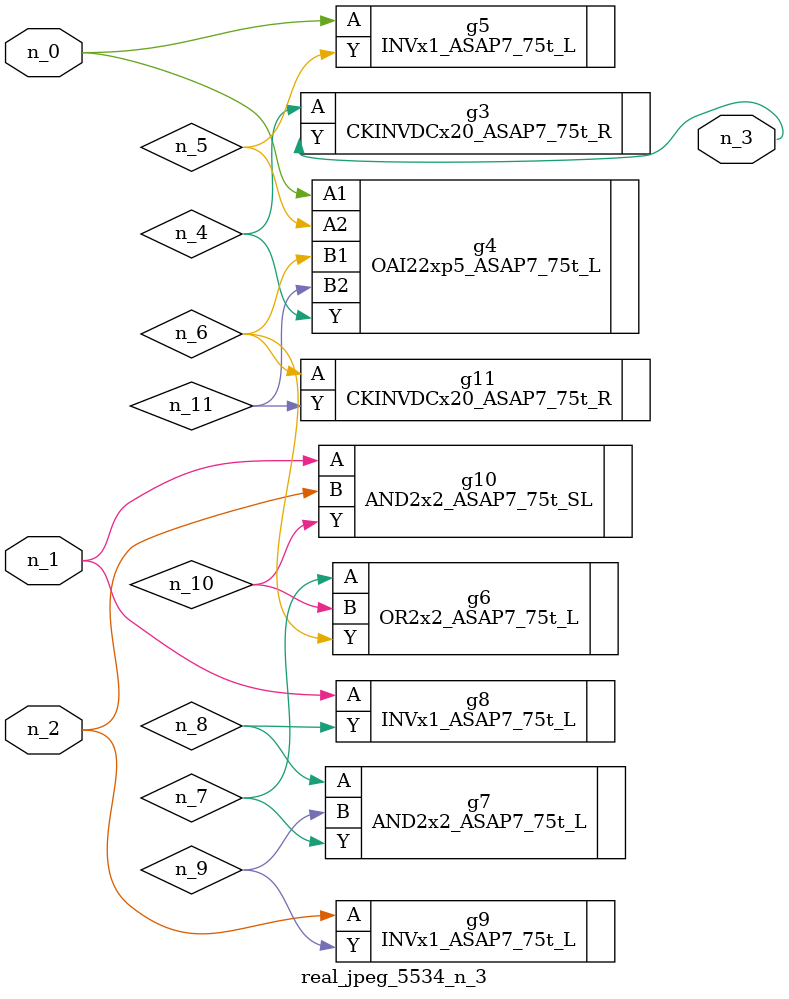
<source format=v>
module real_jpeg_5534_n_3 (n_1, n_0, n_2, n_3);

input n_1;
input n_0;
input n_2;

output n_3;

wire n_5;
wire n_4;
wire n_8;
wire n_11;
wire n_6;
wire n_7;
wire n_10;
wire n_9;

OAI22xp5_ASAP7_75t_L g4 ( 
.A1(n_0),
.A2(n_5),
.B1(n_6),
.B2(n_11),
.Y(n_4)
);

INVx1_ASAP7_75t_L g5 ( 
.A(n_0),
.Y(n_5)
);

INVx1_ASAP7_75t_L g8 ( 
.A(n_1),
.Y(n_8)
);

AND2x2_ASAP7_75t_SL g10 ( 
.A(n_1),
.B(n_2),
.Y(n_10)
);

INVx1_ASAP7_75t_L g9 ( 
.A(n_2),
.Y(n_9)
);

CKINVDCx20_ASAP7_75t_R g3 ( 
.A(n_4),
.Y(n_3)
);

CKINVDCx20_ASAP7_75t_R g11 ( 
.A(n_6),
.Y(n_11)
);

OR2x2_ASAP7_75t_L g6 ( 
.A(n_7),
.B(n_10),
.Y(n_6)
);

AND2x2_ASAP7_75t_L g7 ( 
.A(n_8),
.B(n_9),
.Y(n_7)
);


endmodule
</source>
